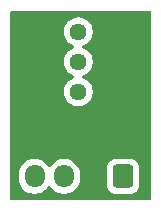
<source format=gbr>
%TF.GenerationSoftware,KiCad,Pcbnew,9.0.5*%
%TF.CreationDate,2025-10-18T18:29:22+02:00*%
%TF.ProjectId,Offset_adj,4f666673-6574-45f6-9164-6a2e6b696361,rev?*%
%TF.SameCoordinates,Original*%
%TF.FileFunction,Copper,L2,Bot*%
%TF.FilePolarity,Positive*%
%FSLAX46Y46*%
G04 Gerber Fmt 4.6, Leading zero omitted, Abs format (unit mm)*
G04 Created by KiCad (PCBNEW 9.0.5) date 2025-10-18 18:29:22*
%MOMM*%
%LPD*%
G01*
G04 APERTURE LIST*
G04 Aperture macros list*
%AMRoundRect*
0 Rectangle with rounded corners*
0 $1 Rounding radius*
0 $2 $3 $4 $5 $6 $7 $8 $9 X,Y pos of 4 corners*
0 Add a 4 corners polygon primitive as box body*
4,1,4,$2,$3,$4,$5,$6,$7,$8,$9,$2,$3,0*
0 Add four circle primitives for the rounded corners*
1,1,$1+$1,$2,$3*
1,1,$1+$1,$4,$5*
1,1,$1+$1,$6,$7*
1,1,$1+$1,$8,$9*
0 Add four rect primitives between the rounded corners*
20,1,$1+$1,$2,$3,$4,$5,0*
20,1,$1+$1,$4,$5,$6,$7,0*
20,1,$1+$1,$6,$7,$8,$9,0*
20,1,$1+$1,$8,$9,$2,$3,0*%
G04 Aperture macros list end*
%TA.AperFunction,ComponentPad*%
%ADD10RoundRect,0.250000X0.600000X0.725000X-0.600000X0.725000X-0.600000X-0.725000X0.600000X-0.725000X0*%
%TD*%
%TA.AperFunction,ComponentPad*%
%ADD11O,1.700000X1.950000*%
%TD*%
%TA.AperFunction,ComponentPad*%
%ADD12C,1.440000*%
%TD*%
%TA.AperFunction,ViaPad*%
%ADD13C,1.000000*%
%TD*%
G04 APERTURE END LIST*
D10*
%TO.P,J1,1,Pin_1*%
%TO.N,/VC+*%
X131300000Y-108200000D03*
D11*
%TO.P,J1,2,Pin_2*%
%TO.N,GND*%
X128800000Y-108200000D03*
%TO.P,J1,3,Pin_3*%
%TO.N,/FB_SUM*%
X126300000Y-108200000D03*
%TO.P,J1,4,Pin_4*%
%TO.N,/VE-*%
X123800000Y-108200000D03*
%TD*%
D12*
%TO.P,RV1,1,1*%
%TO.N,Net-(D4-A)*%
X127500000Y-101040000D03*
%TO.P,RV1,2,2*%
%TO.N,Net-(R12-Pad1)*%
X127500000Y-98500000D03*
%TO.P,RV1,3,3*%
%TO.N,Net-(D5-K)*%
X127500000Y-95960000D03*
%TD*%
D13*
%TO.N,GND*%
X132800000Y-99300000D03*
X130200000Y-99300000D03*
X127600000Y-105900000D03*
X127600000Y-104400000D03*
X127614058Y-103117525D03*
X131500000Y-99300000D03*
%TD*%
%TA.AperFunction,Conductor*%
%TO.N,GND*%
G36*
X133642539Y-94220185D02*
G01*
X133688294Y-94272989D01*
X133699500Y-94324500D01*
X133699500Y-110075500D01*
X133679815Y-110142539D01*
X133627011Y-110188294D01*
X133575500Y-110199500D01*
X121824500Y-110199500D01*
X121757461Y-110179815D01*
X121711706Y-110127011D01*
X121700500Y-110075500D01*
X121700500Y-107968713D01*
X122449500Y-107968713D01*
X122449500Y-108431286D01*
X122482753Y-108641239D01*
X122548444Y-108843414D01*
X122644951Y-109032820D01*
X122769890Y-109204786D01*
X122920213Y-109355109D01*
X123092179Y-109480048D01*
X123092181Y-109480049D01*
X123092184Y-109480051D01*
X123281588Y-109576557D01*
X123483757Y-109642246D01*
X123693713Y-109675500D01*
X123693714Y-109675500D01*
X123906286Y-109675500D01*
X123906287Y-109675500D01*
X124116243Y-109642246D01*
X124318412Y-109576557D01*
X124507816Y-109480051D01*
X124529789Y-109464086D01*
X124679786Y-109355109D01*
X124679788Y-109355106D01*
X124679792Y-109355104D01*
X124830104Y-109204792D01*
X124949683Y-109040204D01*
X125005011Y-108997540D01*
X125074624Y-108991561D01*
X125136420Y-109024166D01*
X125150313Y-109040199D01*
X125269892Y-109204786D01*
X125269896Y-109204792D01*
X125420213Y-109355109D01*
X125592179Y-109480048D01*
X125592181Y-109480049D01*
X125592184Y-109480051D01*
X125781588Y-109576557D01*
X125983757Y-109642246D01*
X126193713Y-109675500D01*
X126193714Y-109675500D01*
X126406286Y-109675500D01*
X126406287Y-109675500D01*
X126616243Y-109642246D01*
X126818412Y-109576557D01*
X127007816Y-109480051D01*
X127029789Y-109464086D01*
X127179786Y-109355109D01*
X127179788Y-109355106D01*
X127179792Y-109355104D01*
X127330104Y-109204792D01*
X127330106Y-109204788D01*
X127330109Y-109204786D01*
X127455048Y-109032820D01*
X127455047Y-109032820D01*
X127455051Y-109032816D01*
X127551557Y-108843412D01*
X127617246Y-108641243D01*
X127650500Y-108431287D01*
X127650500Y-107968713D01*
X127617246Y-107758757D01*
X127551557Y-107556588D01*
X127484501Y-107424983D01*
X129949500Y-107424983D01*
X129949500Y-108975001D01*
X129949501Y-108975018D01*
X129960000Y-109077796D01*
X129960001Y-109077799D01*
X130002081Y-109204786D01*
X130015186Y-109244334D01*
X130107288Y-109393656D01*
X130231344Y-109517712D01*
X130380666Y-109609814D01*
X130547203Y-109664999D01*
X130649991Y-109675500D01*
X131950008Y-109675499D01*
X132052797Y-109664999D01*
X132219334Y-109609814D01*
X132368656Y-109517712D01*
X132492712Y-109393656D01*
X132584814Y-109244334D01*
X132639999Y-109077797D01*
X132650500Y-108975009D01*
X132650499Y-107424992D01*
X132639999Y-107322203D01*
X132584814Y-107155666D01*
X132492712Y-107006344D01*
X132368656Y-106882288D01*
X132219334Y-106790186D01*
X132052797Y-106735001D01*
X132052795Y-106735000D01*
X131950010Y-106724500D01*
X130649998Y-106724500D01*
X130649981Y-106724501D01*
X130547203Y-106735000D01*
X130547200Y-106735001D01*
X130380668Y-106790185D01*
X130380663Y-106790187D01*
X130231342Y-106882289D01*
X130107289Y-107006342D01*
X130015187Y-107155663D01*
X130015186Y-107155666D01*
X129960001Y-107322203D01*
X129960001Y-107322204D01*
X129960000Y-107322204D01*
X129949500Y-107424983D01*
X127484501Y-107424983D01*
X127455051Y-107367184D01*
X127455049Y-107367181D01*
X127455048Y-107367179D01*
X127330109Y-107195213D01*
X127179786Y-107044890D01*
X127007820Y-106919951D01*
X126818414Y-106823444D01*
X126818413Y-106823443D01*
X126818412Y-106823443D01*
X126616243Y-106757754D01*
X126616241Y-106757753D01*
X126616240Y-106757753D01*
X126454957Y-106732208D01*
X126406287Y-106724500D01*
X126193713Y-106724500D01*
X126145042Y-106732208D01*
X125983760Y-106757753D01*
X125781585Y-106823444D01*
X125592179Y-106919951D01*
X125420213Y-107044890D01*
X125269894Y-107195209D01*
X125269890Y-107195214D01*
X125150318Y-107359793D01*
X125094989Y-107402459D01*
X125025375Y-107408438D01*
X124963580Y-107375833D01*
X124949682Y-107359793D01*
X124830109Y-107195214D01*
X124830105Y-107195209D01*
X124679786Y-107044890D01*
X124507820Y-106919951D01*
X124318414Y-106823444D01*
X124318413Y-106823443D01*
X124318412Y-106823443D01*
X124116243Y-106757754D01*
X124116241Y-106757753D01*
X124116240Y-106757753D01*
X123954957Y-106732208D01*
X123906287Y-106724500D01*
X123693713Y-106724500D01*
X123645042Y-106732208D01*
X123483760Y-106757753D01*
X123281585Y-106823444D01*
X123092179Y-106919951D01*
X122920213Y-107044890D01*
X122769890Y-107195213D01*
X122644951Y-107367179D01*
X122548444Y-107556585D01*
X122482753Y-107758760D01*
X122449500Y-107968713D01*
X121700500Y-107968713D01*
X121700500Y-95863945D01*
X126279500Y-95863945D01*
X126279500Y-96056054D01*
X126309553Y-96245802D01*
X126368916Y-96428506D01*
X126368918Y-96428509D01*
X126456135Y-96599681D01*
X126569055Y-96755102D01*
X126704898Y-96890945D01*
X126860319Y-97003865D01*
X127031491Y-97091082D01*
X127031493Y-97091083D01*
X127096081Y-97112069D01*
X127153756Y-97151506D01*
X127180955Y-97215865D01*
X127169041Y-97284711D01*
X127121797Y-97336187D01*
X127096081Y-97347931D01*
X127031493Y-97368916D01*
X126860318Y-97456135D01*
X126771645Y-97520560D01*
X126704898Y-97569055D01*
X126704896Y-97569057D01*
X126704895Y-97569057D01*
X126569057Y-97704895D01*
X126569057Y-97704896D01*
X126569055Y-97704898D01*
X126520560Y-97771645D01*
X126456135Y-97860318D01*
X126368916Y-98031493D01*
X126309553Y-98214197D01*
X126279500Y-98403945D01*
X126279500Y-98596054D01*
X126309553Y-98785802D01*
X126368916Y-98968506D01*
X126368918Y-98968509D01*
X126456135Y-99139681D01*
X126569055Y-99295102D01*
X126704898Y-99430945D01*
X126860319Y-99543865D01*
X127031491Y-99631082D01*
X127031493Y-99631083D01*
X127096081Y-99652069D01*
X127153756Y-99691506D01*
X127180955Y-99755865D01*
X127169041Y-99824711D01*
X127121797Y-99876187D01*
X127096081Y-99887931D01*
X127031493Y-99908916D01*
X126860318Y-99996135D01*
X126771645Y-100060560D01*
X126704898Y-100109055D01*
X126704896Y-100109057D01*
X126704895Y-100109057D01*
X126569057Y-100244895D01*
X126569057Y-100244896D01*
X126569055Y-100244898D01*
X126520560Y-100311645D01*
X126456135Y-100400318D01*
X126368916Y-100571493D01*
X126309553Y-100754197D01*
X126279500Y-100943945D01*
X126279500Y-101136054D01*
X126309553Y-101325802D01*
X126368916Y-101508506D01*
X126368918Y-101508509D01*
X126456135Y-101679681D01*
X126569055Y-101835102D01*
X126704898Y-101970945D01*
X126860319Y-102083865D01*
X127031491Y-102171082D01*
X127031493Y-102171083D01*
X127122845Y-102200764D01*
X127214199Y-102230447D01*
X127403945Y-102260500D01*
X127403946Y-102260500D01*
X127596054Y-102260500D01*
X127596055Y-102260500D01*
X127785801Y-102230447D01*
X127968509Y-102171082D01*
X128139681Y-102083865D01*
X128295102Y-101970945D01*
X128430945Y-101835102D01*
X128543865Y-101679681D01*
X128631082Y-101508509D01*
X128690447Y-101325801D01*
X128720500Y-101136055D01*
X128720500Y-100943945D01*
X128690447Y-100754199D01*
X128631082Y-100571491D01*
X128543865Y-100400319D01*
X128430945Y-100244898D01*
X128295102Y-100109055D01*
X128139681Y-99996135D01*
X127968504Y-99908915D01*
X127903919Y-99887931D01*
X127846243Y-99848494D01*
X127819044Y-99784136D01*
X127830958Y-99715289D01*
X127878202Y-99663813D01*
X127903919Y-99652069D01*
X127968504Y-99631084D01*
X127968506Y-99631082D01*
X127968509Y-99631082D01*
X128139681Y-99543865D01*
X128295102Y-99430945D01*
X128430945Y-99295102D01*
X128543865Y-99139681D01*
X128631082Y-98968509D01*
X128690447Y-98785801D01*
X128720500Y-98596055D01*
X128720500Y-98403945D01*
X128690447Y-98214199D01*
X128631082Y-98031491D01*
X128543865Y-97860319D01*
X128430945Y-97704898D01*
X128295102Y-97569055D01*
X128139681Y-97456135D01*
X127968504Y-97368915D01*
X127903919Y-97347931D01*
X127846243Y-97308494D01*
X127819044Y-97244136D01*
X127830958Y-97175289D01*
X127878202Y-97123813D01*
X127903919Y-97112069D01*
X127968504Y-97091084D01*
X127968506Y-97091082D01*
X127968509Y-97091082D01*
X128139681Y-97003865D01*
X128295102Y-96890945D01*
X128430945Y-96755102D01*
X128543865Y-96599681D01*
X128631082Y-96428509D01*
X128690447Y-96245801D01*
X128720500Y-96056055D01*
X128720500Y-95863945D01*
X128690447Y-95674199D01*
X128631082Y-95491491D01*
X128543865Y-95320319D01*
X128430945Y-95164898D01*
X128295102Y-95029055D01*
X128139681Y-94916135D01*
X127968506Y-94828916D01*
X127785802Y-94769553D01*
X127690928Y-94754526D01*
X127596055Y-94739500D01*
X127403945Y-94739500D01*
X127340696Y-94749517D01*
X127214197Y-94769553D01*
X127031493Y-94828916D01*
X126860318Y-94916135D01*
X126771645Y-94980560D01*
X126704898Y-95029055D01*
X126704896Y-95029057D01*
X126704895Y-95029057D01*
X126569057Y-95164895D01*
X126569057Y-95164896D01*
X126569055Y-95164898D01*
X126520560Y-95231645D01*
X126456135Y-95320318D01*
X126368916Y-95491493D01*
X126309553Y-95674197D01*
X126279500Y-95863945D01*
X121700500Y-95863945D01*
X121700500Y-94324500D01*
X121720185Y-94257461D01*
X121772989Y-94211706D01*
X121824500Y-94200500D01*
X133575500Y-94200500D01*
X133642539Y-94220185D01*
G37*
%TD.AperFunction*%
%TD*%
M02*

</source>
